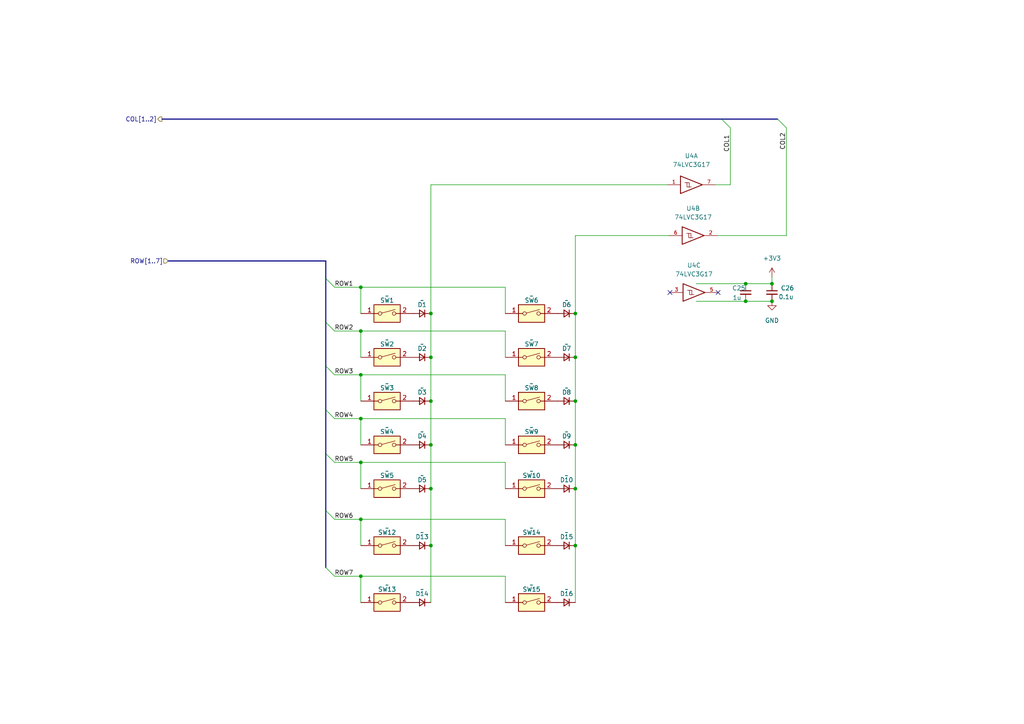
<source format=kicad_sch>
(kicad_sch (version 20211123) (generator eeschema)
  (paper "A4")
  (title_block (title "Robotics Controller") (rev "A"))
  (lib_symbols
    (symbol "74xGxx:74LVC3G17" (pin_names (offset 1.016))
      (property "Reference" "U" (at -2.54 3.81 0))
      (property "Value" "74LVC3G17" (at 0 -3.81 0))
      (symbol "74LVC3G17_0_1"
        (polyline (pts (xy -1.905 0.635) (xy -1.27 0.635) (xy -1.27 -0.635)))
        (polyline (pts (xy -3.81 2.54) (xy -3.81 -2.54) (xy 2.54 0) (xy -3.81 2.54)) (stroke (width 0.254)))
        (polyline (pts (xy -2.54 0.635) (xy -1.905 0.635) (xy -1.905 -0.635) (xy -0.635 -0.635)))
        (pin power_in line (at 0 -2.54 270) (length 0) hide (name "GND") (number "4"))
        (pin power_in line (at 0 2.54 90) (length 0) hide (name "VCC") (number "8"))
      )
      (symbol "74LVC3G17_1_1"
        (pin input line (at -7.62 0 0) (length 3.81) (name "~") (number "1"))
        (pin output line (at 6.35 0 180) (length 3.81) (name "~") (number "7"))
      )
      (symbol "74LVC3G17_2_1"
        (pin output line (at 6.35 0 180) (length 3.81) (name "~") (number "2"))
        (pin input line (at -7.62 0 0) (length 3.81) (name "~") (number "6"))
      )
      (symbol "74LVC3G17_3_1"
        (pin input line (at -7.62 0 0) (length 3.81) (name "~") (number "3"))
        (pin output line (at 6.35 0 180) (length 3.81) (name "~") (number "5"))
      )
    )
    (symbol "Device:C_Small" (pin_numbers hide) (pin_names (offset 0.254) hide)
      (property "Reference" "C" (at 0.254 1.778 0))
      (property "Value" "C_Small" (at 0.254 -2.032 0))
      (symbol "C_Small_0_1"
        (polyline (pts (xy -1.524 -0.508) (xy 1.524 -0.508)) (stroke (width 0.3302)))
        (polyline (pts (xy -1.524 0.508) (xy 1.524 0.508)) (stroke (width 0.3048)))
      )
      (symbol "C_Small_1_1"
        (pin passive line (at 0 2.54 270) (length 2.032) (name "~") (number "1"))
        (pin passive line (at 0 -2.54 90) (length 2.032) (name "~") (number "2"))
      )
    )
    (symbol "Device:D_Small" (pin_numbers hide) (pin_names (offset 0.254) hide)
      (property "Reference" "D" (at -1.27 2.032 0))
      (property "Value" "D_Small" (at -3.81 -2.032 0))
      (symbol "D_Small_0_1"
        (polyline (pts (xy -0.762 -1.016) (xy -0.762 1.016)) (stroke (width 0.254)))
        (polyline (pts (xy -0.762 0) (xy 0.762 0)))
        (polyline (pts (xy 0.762 -1.016) (xy -0.762 0) (xy 0.762 1.016) (xy 0.762 -1.016)) (stroke (width 0.254)))
      )
      (symbol "D_Small_1_1"
        (pin passive line (at -2.54 0 0) (length 1.778) (name "K") (number "1"))
        (pin passive line (at 2.54 0 180) (length 1.778) (name "A") (number "2"))
      )
    )
    (symbol "Switch:SW_DIP_x01" (pin_names (offset 0) hide)
      (property "Reference" "SW" (at 0 3.81 0))
      (property "Value" "SW_DIP_x01" (at 0 -3.81 0))
      (symbol "SW_DIP_x01_0_0"
        (circle (center -2.032 0) (radius 0.508))
        (polyline (pts (xy -1.524 0.127) (xy 2.3622 1.1684)))
        (circle (center 2.032 0) (radius 0.508))
      )
      (symbol "SW_DIP_x01_0_1"
        (rectangle (start -3.81 2.54) (end 3.81 -2.54) (stroke (width 0.254)) (fill (type background)))
      )
      (symbol "SW_DIP_x01_1_1"
        (pin passive line (at -7.62 0 0) (length 5.08) (name "~") (number "1"))
        (pin passive line (at 7.62 0 180) (length 5.08) (name "~") (number "2"))
      )
    )
    (symbol "power:+3V3" (power) (pin_names (offset 0))
      (property "Value" "+3V3" (at 0 3.556 0))
      (symbol "+3V3_0_1"
        (polyline (pts (xy -0.762 1.27) (xy 0 2.54)))
        (polyline (pts (xy 0 0) (xy 0 2.54)))
        (polyline (pts (xy 0 2.54) (xy 0.762 1.27)))
      )
      (symbol "+3V3_1_1"
        (pin power_in line (at 0 0 90) (length 0) hide (name "+3V3") (number "1"))
      )
    )
    (symbol "power:GND" (power) (pin_names (offset 0))
      (property "Value" "GND" (at 0 -3.81 0))
      (symbol "GND_0_1"
        (polyline (pts (xy 0 0) (xy 0 -1.27) (xy 1.27 -1.27) (xy 0 -2.54) (xy -1.27 -1.27) (xy 0 -1.27)))
      )
      (symbol "GND_1_1"
        (pin power_in line (at 0 0 270) (length 0) hide (name "GND") (number "1"))
      )
    )
  )
  (junction (at 104.648 121.412))
  (junction (at 104.648 167.132))
  (junction (at 104.648 96.012))
  (junction (at 166.878 158.242))
  (junction (at 104.648 83.312))
  (junction (at 166.878 103.632))
  (junction (at 104.648 108.712))
  (junction (at 166.878 116.332))
  (junction (at 104.648 134.112))
  (junction (at 216.281 87.376))
  (junction (at 124.968 158.242))
  (junction (at 124.968 141.732))
  (junction (at 124.968 116.332))
  (junction (at 216.281 82.296))
  (junction (at 166.878 129.032))
  (junction (at 166.878 90.932))
  (junction (at 104.648 150.622))
  (junction (at 124.968 129.032))
  (junction (at 166.878 141.732))
  (junction (at 124.968 103.632))
  (junction (at 124.968 90.932))
  (junction (at 223.901 87.376))
  (junction (at 223.901 82.296))
  (no_connect (at 208.28 84.836))
  (no_connect (at 194.31 84.836))
  (bus_entry (at 225.552 34.544) (size 2.54 2.54))
  (bus_entry (at 209.296 34.544) (size 2.54 2.54))
  (bus_entry (at 97.028 96.012) (size -2.54 -2.54))
  (bus_entry (at 97.028 83.312) (size -2.54 -2.54))
  (bus_entry (at 94.488 148.082) (size 2.54 2.54))
  (bus_entry (at 94.488 164.592) (size 2.54 2.54))
  (bus_entry (at 97.028 121.412) (size -2.54 -2.54))
  (bus_entry (at 97.028 108.712) (size -2.54 -2.54))
  (bus_entry (at 97.028 134.112) (size -2.54 -2.54))
  (wire (pts (xy 146.558 150.622) (xy 104.648 150.622)))
  (bus (pts (xy 209.296 34.544) (xy 225.552 34.544)))
  (wire (pts (xy 166.878 103.632) (xy 166.878 116.332)))
  (wire (pts (xy 146.558 134.112) (xy 146.558 141.732)))
  (wire (pts (xy 104.648 96.012) (xy 146.558 96.012)))
  (wire (pts (xy 216.281 87.376) (xy 223.901 87.376)))
  (wire (pts (xy 104.648 134.112) (xy 97.028 134.112)))
  (wire (pts (xy 97.028 121.412) (xy 104.648 121.412)))
  (bus (pts (xy 94.488 148.082) (xy 94.488 164.592)))
  (wire (pts (xy 166.878 141.732) (xy 166.878 158.242)))
  (wire (pts (xy 124.968 141.732) (xy 124.968 158.242)))
  (wire (pts (xy 97.028 167.132) (xy 104.648 167.132)))
  (bus (pts (xy 48.768 75.692) (xy 94.488 75.692)))
  (wire (pts (xy 166.878 90.932) (xy 166.878 103.632)))
  (wire (pts (xy 104.648 121.412) (xy 146.558 121.412)))
  (bus (pts (xy 94.488 131.572) (xy 94.488 148.082)))
  (wire (pts (xy 146.558 116.332) (xy 146.558 108.712)))
  (wire (pts (xy 104.648 167.132) (xy 104.648 174.752)))
  (wire (pts (xy 104.648 83.312) (xy 97.028 83.312)))
  (wire (pts (xy 146.558 83.312) (xy 104.648 83.312)))
  (wire (pts (xy 223.901 80.264) (xy 223.901 82.296)))
  (wire (pts (xy 146.558 150.622) (xy 146.558 158.242)))
  (bus (pts (xy 94.488 106.172) (xy 94.488 118.872)))
  (bus (pts (xy 46.99 34.544) (xy 209.296 34.544)))
  (bus (pts (xy 94.488 80.772) (xy 94.488 93.472)))
  (wire (pts (xy 207.518 53.594) (xy 211.836 53.594)))
  (wire (pts (xy 166.878 129.032) (xy 166.878 141.732)))
  (wire (pts (xy 228.092 68.326) (xy 228.092 37.084)))
  (wire (pts (xy 124.968 158.242) (xy 124.968 174.752)))
  (wire (pts (xy 124.968 103.632) (xy 124.968 116.332)))
  (wire (pts (xy 216.281 82.296) (xy 223.901 82.296)))
  (wire (pts (xy 124.968 129.032) (xy 124.968 141.732)))
  (wire (pts (xy 104.648 150.622) (xy 104.648 158.242)))
  (wire (pts (xy 97.028 108.712) (xy 104.648 108.712)))
  (bus (pts (xy 94.488 75.692) (xy 94.488 80.772)))
  (wire (pts (xy 201.93 82.296) (xy 216.281 82.296)))
  (wire (pts (xy 208.026 68.326) (xy 228.092 68.326)))
  (wire (pts (xy 97.028 150.622) (xy 104.648 150.622)))
  (wire (pts (xy 104.648 108.712) (xy 104.648 116.332)))
  (wire (pts (xy 104.648 121.412) (xy 104.648 129.032)))
  (wire (pts (xy 146.558 83.312) (xy 146.558 90.932)))
  (wire (pts (xy 124.968 116.332) (xy 124.968 129.032)))
  (bus (pts (xy 94.488 118.872) (xy 94.488 131.572)))
  (bus (pts (xy 94.488 93.472) (xy 94.488 106.172)))
  (wire (pts (xy 124.968 90.932) (xy 124.968 103.632)))
  (wire (pts (xy 146.558 134.112) (xy 104.648 134.112)))
  (wire (pts (xy 97.028 96.012) (xy 104.648 96.012)))
  (wire (pts (xy 104.648 83.312) (xy 104.648 90.932)))
  (wire (pts (xy 124.968 53.594) (xy 124.968 90.932)))
  (wire (pts (xy 146.558 121.412) (xy 146.558 129.032)))
  (wire (pts (xy 166.878 116.332) (xy 166.878 129.032)))
  (wire (pts (xy 146.558 96.012) (xy 146.558 103.632)))
  (wire (pts (xy 124.968 53.594) (xy 193.548 53.594)))
  (wire (pts (xy 104.648 108.712) (xy 146.558 108.712)))
  (wire (pts (xy 146.558 167.132) (xy 104.648 167.132)))
  (wire (pts (xy 166.878 68.326) (xy 166.878 90.932)))
  (wire (pts (xy 166.878 158.242) (xy 166.878 174.752)))
  (wire (pts (xy 201.93 87.376) (xy 216.281 87.376)))
  (wire (pts (xy 104.648 134.112) (xy 104.648 141.732)))
  (wire (pts (xy 211.836 37.084) (xy 211.836 53.594)))
  (wire (pts (xy 166.878 68.326) (xy 194.056 68.326)))
  (wire (pts (xy 146.558 167.132) (xy 146.558 174.752)))
  (wire (pts (xy 104.648 96.012) (xy 104.648 103.632)))
  (label "ROW6" (at 97.028 150.622 0))
  (label "COL2" (at 228.092 43.434 90))
  (label "ROW2" (at 97.028 96.012 0))
  (label "ROW3" (at 97.028 108.712 0))
  (label "ROW7" (at 97.028 167.132 0))
  (label "ROW1" (at 97.028 83.312 0))
  (label "ROW5" (at 97.028 134.112 0))
  (label "COL1" (at 211.836 44.069 90))
  (label "ROW4" (at 97.028 121.412 0))
  (hierarchical_label "ROW[1..7]" (shape input) (at 48.768 75.692 180))
  (hierarchical_label "COL[1..2]" (shape output) (at 46.99 34.544 180))
  (symbol (lib_id "Switch:SW_DIP_x01") (at 112.268 129.032 0) (unit 1)
    (property "Reference" "SW4" (at 112.268 125.222 0))
    (property "Value" "~" (at 112.268 123.952 0))
  )
  (symbol (lib_id "Switch:SW_DIP_x01") (at 112.268 174.752 0) (unit 1)
    (property "Reference" "SW13" (at 112.268 170.942 0))
    (property "Value" "~" (at 112.268 169.672 0))
  )
  (symbol (lib_id "Device:D_Small") (at 164.338 103.632 180) (unit 1)
    (property "Reference" "D7" (at 164.338 101.092 0))
    (property "Value" "~" (at 164.338 99.822 0))
  )
  (symbol (lib_id "Device:D_Small") (at 164.338 141.732 180) (unit 1)
    (property "Reference" "D10" (at 164.338 139.192 0))
    (property "Value" "~" (at 164.338 137.922 0))
  )
  (symbol (lib_id "Device:D_Small") (at 122.428 129.032 180) (unit 1)
    (property "Reference" "D4" (at 122.428 126.492 0))
    (property "Value" "~" (at 122.428 125.222 0))
  )
  (symbol (lib_id "74xGxx:74LVC3G17") (at 201.93 84.836 0) (unit 3)
    (property "Reference" "U4" (at 201.295 76.962 0))
    (property "Value" "74LVC3G17" (at 201.295 79.502 0))
    (property "Datasheet" "http://www.ti.com/lit/sg/scyt129e/scyt129e.pdf" (effects hide))
  )
  (symbol (lib_id "Switch:SW_DIP_x01") (at 154.178 103.632 0) (unit 1)
    (property "Reference" "SW7" (at 154.178 99.822 0))
    (property "Value" "~" (at 154.178 98.552 0))
  )
  (symbol (lib_id "Switch:SW_DIP_x01") (at 112.268 90.932 0) (unit 1)
    (property "Reference" "SW1" (at 112.268 87.122 0))
    (property "Value" "~" (at 112.268 85.852 0))
  )
  (symbol (lib_id "74xGxx:74LVC3G17") (at 201.676 68.326 0) (unit 2)
    (property "Reference" "U4" (at 201.041 60.452 0))
    (property "Value" "74LVC3G17" (at 201.041 62.992 0))
    (property "Datasheet" "http://www.ti.com/lit/sg/scyt129e/scyt129e.pdf" (effects hide))
  )
  (symbol (lib_id "Device:D_Small") (at 122.428 158.242 180) (unit 1)
    (property "Reference" "D13" (at 122.428 155.702 0))
    (property "Value" "~" (at 122.428 154.432 0))
  )
  (symbol (lib_id "Switch:SW_DIP_x01") (at 154.178 158.242 0) (unit 1)
    (property "Reference" "SW14" (at 154.178 154.432 0))
    (property "Value" "~" (at 154.178 153.162 0))
  )
  (symbol (lib_id "Device:D_Small") (at 164.338 90.932 180) (unit 1)
    (property "Reference" "D6" (at 164.338 88.392 0))
    (property "Value" "~" (at 164.338 87.122 0))
  )
  (symbol (lib_id "Switch:SW_DIP_x01") (at 112.268 141.732 0) (unit 1)
    (property "Reference" "SW5" (at 112.268 137.922 0))
    (property "Value" "~" (at 112.268 136.652 0))
  )
  (symbol (lib_id "Device:D_Small") (at 164.338 116.332 180) (unit 1)
    (property "Reference" "D8" (at 164.338 113.792 0))
    (property "Value" "~" (at 164.338 112.522 0))
  )
  (symbol (lib_id "Switch:SW_DIP_x01") (at 154.178 129.032 0) (unit 1)
    (property "Reference" "SW9" (at 154.178 125.222 0))
    (property "Value" "~" (at 154.178 123.952 0))
  )
  (symbol (lib_id "power:GND") (at 223.901 87.376 0) (unit 1)
    (property "Reference" "#PWR019" (effects hide))
    (property "Value" "GND" (at 223.901 92.964 0))
  )
  (symbol (lib_id "Device:D_Small") (at 122.428 174.752 180) (unit 1)
    (property "Reference" "D14" (at 122.428 172.212 0))
    (property "Value" "~" (at 122.428 170.942 0))
  )
  (symbol (lib_id "Device:C_Small") (at 216.281 84.836 0) (unit 1)
    (property "Reference" "C25" (at 212.344 83.566 0) (effects (justify left)))
    (property "Value" "1u" (at 212.471 86.36 0) (effects (justify left)))
  )
  (symbol (lib_id "Switch:SW_DIP_x01") (at 154.178 141.732 0) (unit 1)
    (property "Reference" "SW10" (at 154.178 137.922 0))
    (property "Value" "~" (at 154.178 136.652 0))
  )
  (symbol (lib_id "Device:D_Small") (at 122.428 90.932 180) (unit 1)
    (property "Reference" "D1" (at 122.428 88.392 0))
    (property "Value" "~" (at 122.428 87.122 0))
  )
  (symbol (lib_id "Device:D_Small") (at 164.338 158.242 180) (unit 1)
    (property "Reference" "D15" (at 164.338 155.702 0))
    (property "Value" "~" (at 164.338 154.432 0))
  )
  (symbol (lib_id "Device:D_Small") (at 164.338 174.752 180) (unit 1)
    (property "Reference" "D16" (at 164.338 172.212 0))
    (property "Value" "~" (at 164.338 170.942 0))
  )
  (symbol (lib_id "Device:D_Small") (at 122.428 141.732 180) (unit 1)
    (property "Reference" "D5" (at 122.428 139.192 0))
    (property "Value" "~" (at 122.428 137.922 0))
  )
  (symbol (lib_id "Device:D_Small") (at 164.338 129.032 180) (unit 1)
    (property "Reference" "D9" (at 164.338 126.492 0))
    (property "Value" "~" (at 164.338 125.222 0))
  )
  (symbol (lib_id "Device:C_Small") (at 223.901 84.836 0) (unit 1)
    (property "Reference" "C26" (at 226.441 83.566 0) (effects (justify left)))
    (property "Value" "0.1u" (at 225.806 86.106 0) (effects (justify left)))
  )
  (symbol (lib_id "Device:D_Small") (at 122.428 103.632 180) (unit 1)
    (property "Reference" "D2" (at 122.428 101.092 0))
    (property "Value" "~" (at 122.428 99.822 0))
  )
  (symbol (lib_id "Switch:SW_DIP_x01") (at 112.268 158.242 0) (unit 1)
    (property "Reference" "SW12" (at 112.268 154.432 0))
    (property "Value" "~" (at 112.268 153.162 0))
  )
  (symbol (lib_id "Switch:SW_DIP_x01") (at 154.178 90.932 0) (unit 1)
    (property "Reference" "SW6" (at 154.178 87.122 0))
    (property "Value" "~" (at 154.178 85.852 0))
  )
  (symbol (lib_id "Switch:SW_DIP_x01") (at 154.178 174.752 0) (unit 1)
    (property "Reference" "SW15" (at 154.178 170.942 0))
    (property "Value" "~" (at 154.178 169.672 0))
  )
  (symbol (lib_id "Device:D_Small") (at 122.428 116.332 180) (unit 1)
    (property "Reference" "D3" (at 122.428 113.792 0))
    (property "Value" "~" (at 122.428 112.522 0))
  )
  (symbol (lib_id "Switch:SW_DIP_x01") (at 112.268 116.332 0) (unit 1)
    (property "Reference" "SW3" (at 112.268 112.522 0))
    (property "Value" "~" (at 112.268 111.252 0))
  )
  (symbol (lib_id "power:+3V3") (at 223.901 80.264 0) (unit 1)
    (property "Reference" "#PWR018" (effects hide))
    (property "Value" "+3V3" (at 223.901 74.93 0))
  )
  (symbol (lib_id "74xGxx:74LVC3G17") (at 201.168 53.594 0) (unit 1)
    (property "Reference" "U4" (at 200.533 45.212 0))
    (property "Value" "74LVC3G17" (at 200.533 47.752 0))
    (property "Datasheet" "http://www.ti.com/lit/sg/scyt129e/scyt129e.pdf" (effects hide))
  )
  (symbol (lib_id "Switch:SW_DIP_x01") (at 112.268 103.632 0) (unit 1)
    (property "Reference" "SW2" (at 112.268 99.822 0))
    (property "Value" "~" (at 112.268 98.552 0))
  )
  (symbol (lib_id "Switch:SW_DIP_x01") (at 154.178 116.332 0) (unit 1)
    (property "Reference" "SW8" (at 154.178 112.522 0))
    (property "Value" "~" (at 154.178 111.252 0))
  )
)
</source>
